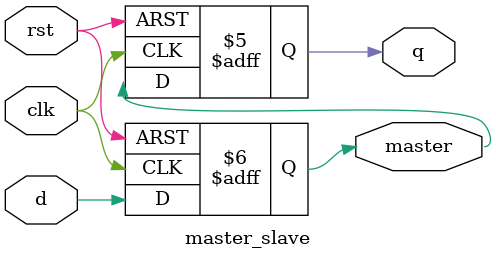
<source format=v>
module master_slave(
input clk,rst,d,
output reg master,q);
  
  always@(posedge clk or negedge rst)
    begin
      if(!rst)
        master<=0;
      else
        master<=d;
    end
  
  
  always@(negedge clk or negedge rst)
    begin
      if(!rst)
        q<=0;
      else
        q<=master;
    end
  
endmodule

</source>
